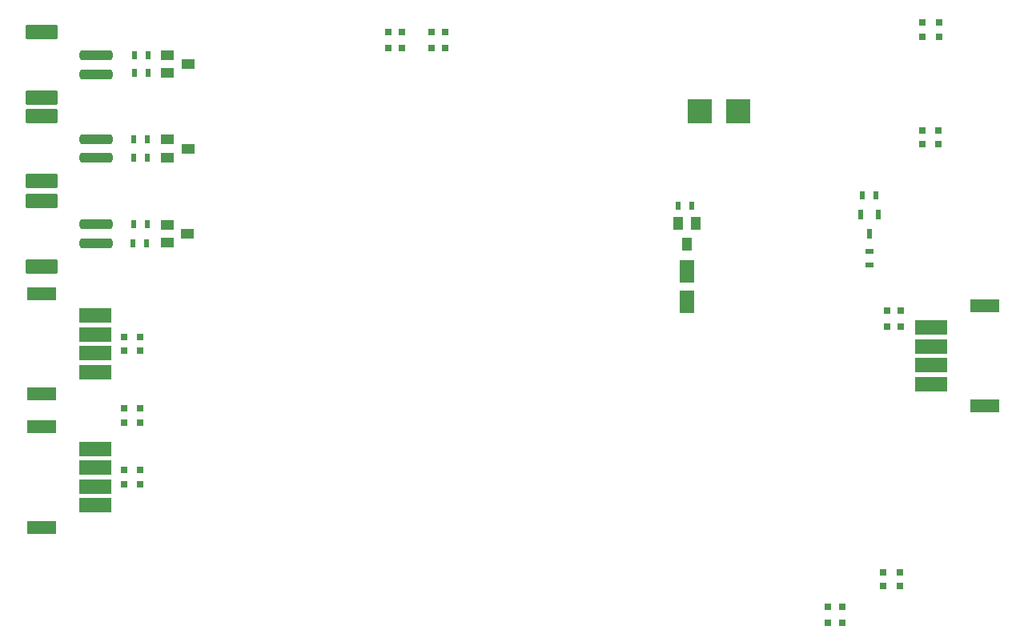
<source format=gbp>
G04*
G04 #@! TF.GenerationSoftware,Altium Limited,Altium Designer,21.3.2 (30)*
G04*
G04 Layer_Color=128*
%FSTAX25Y25*%
%MOIN*%
G70*
G04*
G04 #@! TF.SameCoordinates,EB2CAA8E-72F9-4FA4-A601-E6806EDF6347*
G04*
G04*
G04 #@! TF.FilePolarity,Positive*
G04*
G01*
G75*
%ADD16R,0.13386X0.05906*%
%ADD17R,0.12205X0.05512*%
%ADD26R,0.03150X0.03150*%
%ADD27R,0.09843X0.09843*%
G04:AMPARAMS|DCode=32|XSize=39.37mil|YSize=137.8mil|CornerRadius=9.84mil|HoleSize=0mil|Usage=FLASHONLY|Rotation=270.000|XOffset=0mil|YOffset=0mil|HoleType=Round|Shape=RoundedRectangle|*
%AMROUNDEDRECTD32*
21,1,0.03937,0.11811,0,0,270.0*
21,1,0.01968,0.13780,0,0,270.0*
1,1,0.01968,-0.05906,-0.00984*
1,1,0.01968,-0.05906,0.00984*
1,1,0.01968,0.05906,0.00984*
1,1,0.01968,0.05906,-0.00984*
%
%ADD32ROUNDEDRECTD32*%
%ADD33R,0.06102X0.09252*%
%ADD35R,0.03543X0.02165*%
%ADD37R,0.02165X0.03543*%
%ADD38R,0.03150X0.03150*%
G04:AMPARAMS|DCode=39|XSize=59.06mil|YSize=133.86mil|CornerRadius=7.38mil|HoleSize=0mil|Usage=FLASHONLY|Rotation=270.000|XOffset=0mil|YOffset=0mil|HoleType=Round|Shape=RoundedRectangle|*
%AMROUNDEDRECTD39*
21,1,0.05906,0.11909,0,0,270.0*
21,1,0.04429,0.13386,0,0,270.0*
1,1,0.01476,-0.05955,-0.02215*
1,1,0.01476,-0.05955,0.02215*
1,1,0.01476,0.05955,0.02215*
1,1,0.01476,0.05955,-0.02215*
%
%ADD39ROUNDEDRECTD39*%
%ADD104R,0.03937X0.05512*%
%ADD105R,0.02362X0.03937*%
%ADD106R,0.05512X0.03937*%
D16*
X0161198Y0253811D02*
D03*
Y0238063D02*
D03*
Y0230189D02*
D03*
Y0245937D02*
D03*
X0509402Y0240937D02*
D03*
Y0248811D02*
D03*
Y0233063D02*
D03*
Y0225189D02*
D03*
X0161244Y0198345D02*
D03*
Y0182597D02*
D03*
Y0174723D02*
D03*
Y0190471D02*
D03*
D17*
X0138954Y0262866D02*
D03*
Y0221134D02*
D03*
X0531646Y0216134D02*
D03*
Y0257866D02*
D03*
X0139Y02074D02*
D03*
Y0165668D02*
D03*
D26*
X0496753Y02492D02*
D03*
X0490847D02*
D03*
X0496753Y02557D02*
D03*
X0490847D02*
D03*
X0472205Y01326D02*
D03*
X04663D02*
D03*
X0289107Y0372D02*
D03*
X0283202D02*
D03*
X0289107Y03652D02*
D03*
X0283202D02*
D03*
X030114Y0372D02*
D03*
X0307045D02*
D03*
X030114Y03652D02*
D03*
X0307045D02*
D03*
X04663Y01258D02*
D03*
X0472205D02*
D03*
D27*
X0428839Y0338976D02*
D03*
X0413091D02*
D03*
D32*
X0161474Y0354302D02*
D03*
Y0362176D02*
D03*
Y0291774D02*
D03*
Y0327254D02*
D03*
Y02839D02*
D03*
Y031938D02*
D03*
D33*
X04076Y0259502D02*
D03*
Y02721D02*
D03*
D35*
X04837Y0280554D02*
D03*
Y0274846D02*
D03*
D37*
X0177379Y032704D02*
D03*
X0183087D02*
D03*
X0480746Y03039D02*
D03*
X0486454D02*
D03*
X0177379Y031956D02*
D03*
X0183087D02*
D03*
X0177591Y03622D02*
D03*
X01833D02*
D03*
X0177591Y03547D02*
D03*
X01833D02*
D03*
X0177046Y02839D02*
D03*
X0182754D02*
D03*
X0177191Y02917D02*
D03*
X01829D02*
D03*
X0409654Y02996D02*
D03*
X0403946D02*
D03*
D38*
X01732Y0244956D02*
D03*
Y0239051D02*
D03*
X018Y0244956D02*
D03*
Y0239051D02*
D03*
X01732Y0215049D02*
D03*
Y0209143D02*
D03*
X018D02*
D03*
Y0215049D02*
D03*
X01732Y018949D02*
D03*
Y0183585D02*
D03*
X018Y018949D02*
D03*
Y0183585D02*
D03*
X05123Y0330953D02*
D03*
X05055D02*
D03*
X05058Y0375853D02*
D03*
X05127D02*
D03*
X04962Y0141047D02*
D03*
Y0146953D02*
D03*
X04892Y0141047D02*
D03*
Y0146953D02*
D03*
X05123Y0325047D02*
D03*
X05055D02*
D03*
X05058Y0369947D02*
D03*
X05127D02*
D03*
D39*
X0138836Y0371821D02*
D03*
Y0344656D02*
D03*
Y030142D02*
D03*
Y0274254D02*
D03*
Y0309735D02*
D03*
Y03369D02*
D03*
D104*
X041134Y0292261D02*
D03*
X04076Y02836D02*
D03*
X040386Y0292261D02*
D03*
D105*
X0483601Y0287858D02*
D03*
X0487341Y0295731D02*
D03*
X0479861D02*
D03*
D106*
X0191139Y028416D02*
D03*
Y029164D02*
D03*
X01998Y02879D02*
D03*
X0191239Y031956D02*
D03*
Y032704D02*
D03*
X01999Y03233D02*
D03*
X01914Y035472D02*
D03*
Y03622D02*
D03*
X0200061Y035846D02*
D03*
M02*

</source>
